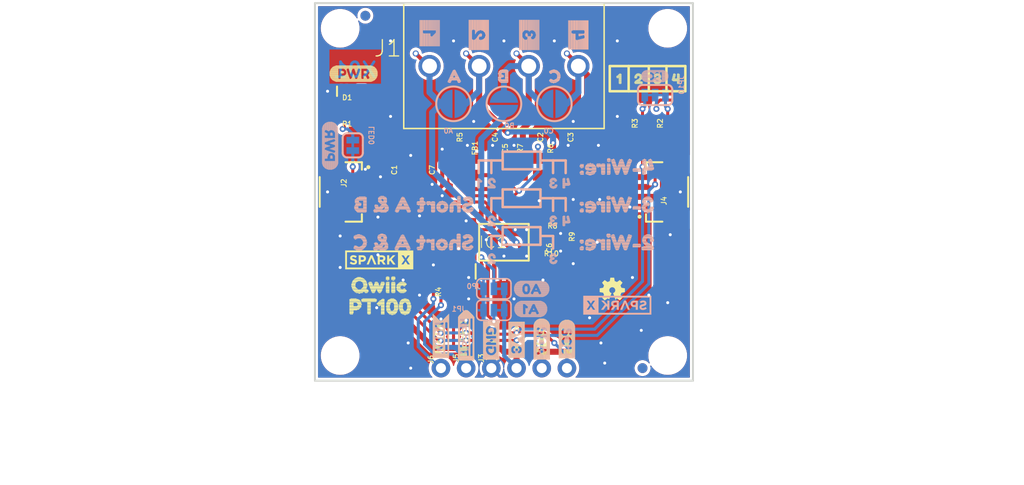
<source format=kicad_pcb>
(kicad_pcb (version 20211014) (generator pcbnew)
  (layers (0 "F.Cu" signal) (31 "B.Cu" signal) (34 "B.Paste" user) (35 "F.Paste" user) (36 "B.SilkS" user "B.Silkscreen") (37 "F.SilkS" user "F.Silkscreen") (38 "B.Mask" user) (39 "F.Mask" user) (44 "Edge.Cuts" user))
  (net 0 "")
  (net 1 "3.3V")
  (net 2 "GND")
  (net 3 "SCL_PU1")
  (net 4 "SDA_PU1")
  (net 5 "~{RESET}")
  (net 6 "A0")
  (net 7 "A1")
  (net 8 "SDA")
  (net 9 "SCL")
  (net 10 "N$2")
  (net 11 "N$3")
  (net 12 "~{DRDY}")
  (net 13 "N$4")
  (net 14 "AIN1")
  (net 15 "AIN3")
  (net 16 "REFN")
  (net 17 "REFP")
  (net 18 "AIN2")
  (net 19 "N$1")
  (net 20 "N$5")
  (net 21 "N$6")
  (net 22 "AIN0")
  (footprint "eagleBoard:STAND-OFF" (layer "F.Cu") (at 131.9911 88.4936)
    (fp_text reference "H2" hide)
    (fp_text value "STAND-OFF" hide)
  )
  (footprint "eagleBoard:0603" (layer "F.Cu") (at 138.2141 103.3526 90)
    (fp_text reference "C1")
    (fp_text value "0.1uF" hide)
  )
  (footprint "eagleBoard:0603" (layer "F.Cu") (at 148.8821 102.4636 -90)
    (fp_text reference "C5")
    (fp_text value "10nF" hide)
  )
  (footprint "eagleBoard:OSHW-LOGO-MINI" (layer "F.Cu") (at 159.4231 114.9096)
    (fp_text reference "LOGO1" hide)
    (fp_text value "OSHW-LOGOMINI" hide)
  )
  (footprint "eagleBoard:1X04_NO_SILK" (layer "F.Cu") (at 147.2311 122.7836)
    (fp_text reference "J3")
    (fp_text value "PTH" hide)
  )
  (footprint "eagleBoard:0603" (layer "F.Cu") (at 151.9301 102.4636 90)
    (fp_text reference "C2")
    (fp_text value "0.1uF" hide)
  )
  (footprint "eagleBoard:PWR0" (layer "F.Cu") (at 130.8481 93.0656)
    (fp_text reference "U$39" hide)
    (fp_text value "" hide)
  )
  (footprint "eagleBoard:0603" (layer "F.Cu") (at 145.8341 102.4636 -90)
    (fp_text reference "FB1")
    (fp_text value "30Ω/1.8A" hide)
  )
  (footprint "eagleBoard:0603" (layer "F.Cu") (at 156.1211 110.0836 90)
    (fp_text reference "R9")
    (fp_text value "1620")
  )
  (footprint "eagleBoard:0603" (layer "F.Cu") (at 153.2001 112.6236 180)
    (fp_text reference "R10")
    (fp_text value "3.9k" hide)
  )
  (footprint "eagleBoard:0603" (layer "F.Cu") (at 143.8021 102.4636 90)
    (fp_text reference "R5")
    (fp_text value "10k" hide)
  )
  (footprint "eagleBoard:40" (layer "F.Cu") (at 164.5031 93.5736)
    (fp_text reference "U$21" hide)
    (fp_text value "" hide)
  )
  (footprint "eagleBoard:LED-0603" (layer "F.Cu") (at 133.2611 94.8436 180)
    (fp_text reference "D1")
    (fp_text value "RED" hide)
  )
  (footprint "eagleBoard:0603" (layer "F.Cu") (at 154.9781 102.4636 90)
    (fp_text reference "C3")
    (fp_text value "10nF" hide)
  )
  (footprint "eagleBoard:#RESET0" (layer "F.Cu") (at 144.6911 116.6876 -90)
    (fp_text reference "U$16" hide)
    (fp_text value "" hide)
  )
  (footprint "eagleBoard:TP_15TH" (layer "F.Cu") (at 144.6911 91.0336)
    (fp_text reference "TP2" hide)
    (fp_text value "TEST-POINTTP_15TH_THRU" hide)
  )
  (footprint "eagleBoard:FIDUCIAL-1X2" (layer "F.Cu") (at 134.5311 87.2236)
    (fp_text reference "JP6" hide)
    (fp_text value "FIDUCIAL1X2" hide)
  )
  (footprint "eagleBoard:#DRDY0" (layer "F.Cu") (at 142.1511 117.0686 -90)
    (fp_text reference "U$14" hide)
    (fp_text value "" hide)
  )
  (footprint "eagleBoard:0603" (layer "F.Cu") (at 162.4711 98.6536 90)
    (fp_text reference "R3")
    (fp_text value "2.2k" hide)
  )
  (footprint "eagleBoard:GND4" (layer "F.Cu") (at 147.2311 117.5766 -90)
    (fp_text reference "U$7" hide)
    (fp_text value "" hide)
  )
  (footprint "eagleBoard:PT1000" (layer "F.Cu") (at 131.4831 116.5606)
    (fp_text reference "U$8" hide)
    (fp_text value "" hide)
  )
  (footprint "eagleBoard:0603" (layer "F.Cu") (at 143.4211 114.5286 -90)
    (fp_text reference "R4")
    (fp_text value "10k" hide)
  )
  (footprint "eagleBoard:SCL6" (layer "F.Cu") (at 154.8511 117.8306 -90)
    (fp_text reference "U$9" hide)
    (fp_text value "" hide)
  )
  (footprint "eagleBoard:0603" (layer "F.Cu") (at 153.2001 107.5436 180)
    (fp_text reference "R8")
    (fp_text value "3.9k" hide)
  )
  (footprint "eagleBoard:FIDUCIAL-1X2" (layer "F.Cu") (at 162.4711 122.7836)
    (fp_text reference "JP2" hide)
    (fp_text value "FIDUCIAL1X2" hide)
  )
  (footprint "eagleBoard:3V33" (layer "F.Cu") (at 149.7711 117.5766 -90)
    (fp_text reference "U$3" hide)
    (fp_text value "" hide)
  )
  (footprint "eagleBoard:0603" (layer "F.Cu") (at 147.3581 102.4636 90)
    (fp_text reference "C4")
    (fp_text value "0.1uF" hide)
  )
  (footprint "eagleBoard:STAND-OFF" (layer "F.Cu") (at 165.0111 121.5136)
    (fp_text reference "JP4" hide)
    (fp_text value "STAND-OFF" hide)
  )
  (footprint "eagleBoard:TP_15TH" (layer "F.Cu") (at 149.7711 91.0336)
    (fp_text reference "TP3" hide)
    (fp_text value "TEST-POINTTP_15TH_THRU" hide)
  )
  (footprint "eagleBoard:SDA5" (layer "F.Cu") (at 152.3111 117.7036 -90)
    (fp_text reference "U$10" hide)
    (fp_text value "" hide)
  )
  (footprint "eagleBoard:31" (layer "F.Cu") (at 162.4711 93.5736)
    (fp_text reference "U$27" hide)
    (fp_text value "" hide)
  )
  (footprint "eagleBoard:0603" (layer "F.Cu") (at 150.4061 102.4636 -90)
    (fp_text reference "R7")
    (fp_text value "2.2k" hide)
  )
  (footprint "eagleBoard:TP_15TH" (layer "F.Cu") (at 139.6111 91.0336)
    (fp_text reference "TP1" hide)
    (fp_text value "TEST-POINTTP_15TH_THRU" hide)
  )
  (footprint "eagleBoard:0603" (layer "F.Cu") (at 152.3111 110.0836 -90)
    (fp_text reference "C6")
    (fp_text value "47nF" hide)
  )
  (footprint "eagleBoard:0603" (layer "F.Cu") (at 133.2611 97.3836 180)
    (fp_text reference "R1")
    (fp_text value "1k" hide)
  )
  (footprint "eagleBoard:STAND-OFF" (layer "F.Cu") (at 131.9911 121.5136)
    (fp_text reference "JP3" hide)
    (fp_text value "STAND-OFF" hide)
  )
  (footprint "eagleBoard:STAND-OFF" (layer "F.Cu") (at 165.0111 88.4936)
    (fp_text reference "H1" hide)
    (fp_text value "STAND-OFF" hide)
  )
  (footprint "eagleBoard:CREATIVE_COMMONS" (layer "F.Cu") (at 118.0211 134.2136)
    (fp_text reference "FRAME1" hide)
    (fp_text value "FRAME-LETTER" hide)
  )
  (footprint "eagleBoard:SPARKX-SMALL" (layer "F.Cu") (at 135.9281 111.8616)
    (fp_text reference "U$2" hide)
    (fp_text value "SPARKX-LOGO3" hide)
  )
  (footprint "eagleBoard:20" (layer "F.Cu") (at 160.5661 93.5736)
    (fp_text reference "U$28" hide)
    (fp_text value "" hide)
  )
  (footprint "eagleBoard:TP_15TH" (layer "F.Cu") (at 154.8511 91.0336)
    (fp_text reference "TP4" hide)
    (fp_text value "TEST-POINTTP_15TH_THRU" hide)
  )
  (footprint "eagleBoard:1X01_NO_SILK" (layer "F.Cu") (at 144.6911 122.7836)
    (fp_text reference "J5")
    (fp_text value "")
  )
  (footprint "eagleBoard:LATCHTERMINAL-5MM-4" (layer "F.Cu") (at 148.5011 92.3036)
    (fp_text reference "J1")
    (fp_text value "")
  )
  (footprint "eagleBoard:JST04_1MM_RA" (layer "F.Cu") (at 134.5311 105.0036 -90)
    (fp_text reference "J2")
    (fp_text value "QWIIC_RIGHT_ANGLE" hide)
  )
  (footprint "eagleBoard:0603" (layer "F.Cu") (at 165.0111 98.6536 90)
    (fp_text reference "R2")
    (fp_text value "2.2k" hide)
  )
  (footprint "eagleBoard:0603" (layer "F.Cu") (at 139.8651 103.3526 90)
    (fp_text reference "C7")
    (fp_text value "1.0uF" hide)
  )
  (footprint "eagleBoard:15" (layer "F.Cu") (at 158.9151 93.5736)
    (fp_text reference "U$35" hide)
    (fp_text value "" hide)
  )
  (footprint "eagleBoard:QWIIC1" (layer "F.Cu") (at 131.7371 114.4016)
    (fp_text reference "U$32" hide)
    (fp_text value "" hide)
  )
  (footprint "eagleBoard:0603" (layer "F.Cu") (at 153.4541 102.4636 -90)
    (fp_text reference "R6")
    (fp_text value "2.2k" hide)
  )
  (footprint "eagleBoard:SOP65P640X120-16N" (layer "F.Cu") (at 148.5011 110.0836 90)
    (fp_text reference "IC1")
    (fp_text value "ADS122C04IPWR" hide)
  )
  (footprint "eagleBoard:JST04_1MM_RA" (layer "F.Cu") (at 162.4711 105.0036 90)
    (fp_text reference "J4")
    (fp_text value "QWIIC_RIGHT_ANGLE" hide)
  )
  (footprint "eagleBoard:1X01_NO_SILK" (layer "F.Cu") (at 142.1511 122.7836)
    (fp_text reference "J6")
    (fp_text value "")
  )
  (footprint "eagleBoard:PWR0" (layer "B.Cu") (at 130.9751 102.8446 90)
    (fp_text reference "U$40" hide)
    (fp_text value "" hide)
  )
  (footprint "eagleBoard:SMT-JUMPER_2_NO_SILK_ROUND" (layer "B.Cu") (at 143.4211 96.1136 180)
    (fp_text reference "A0")
    (fp_text value "JUMPER-SMT_2_NO_SILK_ROUND" hide)
  )
  (footprint "eagleBoard:B0" (layer "B.Cu") (at 150.1521 93.3196 180)
    (fp_text reference "U$19" hide)
    (fp_text value "" hide)
  )
  (footprint "eagleBoard:20" (layer "B.Cu") (at 148.7551 111.7346 180)
    (fp_text reference "U$46" hide)
    (fp_text value "" hide)
  )
  (footprint "eagleBoard:2#WIRE#0" (layer "B.Cu") (at 165.0111 110.0836 180)
    (fp_text reference "U$31" hide)
    (fp_text value "" hide)
  )
  (footprint "eagleBoard:SMT-JUMPER_2_NO_SILK_ROUND" (layer "B.Cu") (at 148.5011 96.1136 90)
    (fp_text reference "B0")
    (fp_text value "JUMPER-SMT_2_NO_SILK_ROUND" hide)
  )
  (footprint "eagleBoard:#RESET0" (layer "B.Cu") (at 144.6911 122.6566 90)
    (fp_text reference "U$17" hide)
    (fp_text value "" hide)
  )
  (footprint "eagleBoard:20" (layer "B.Cu") (at 148.7551 107.9246 180)
    (fp_text reference "U$37" hide)
    (fp_text value "" hide)
  )
  (footprint "eagleBoard:3#WIRE#0" (layer "B.Cu") (at 165.0111 106.2736 180)
    (fp_text reference "U$36" hide)
    (fp_text value "" hide)
  )
  (footprint "eagleBoard:FIDUCIAL-1X2" (layer "B.Cu") (at 162.4711 122.7836 -90)
    (fp_text reference "FD2" hide)
    (fp_text value "FIDUCIAL1X2" hide)
  )
  (footprint "eagleBoard:3V33" (layer "B.Cu") (at 149.7711 122.2756 90)
    (fp_text reference "U$26" hide)
    (fp_text value "" hide)
  )
  (footprint "eagleBoard:_4_0" (layer "B.Cu") (at 155.9941 91.2876 90)
    (fp_text reference "U$13" hide)
    (fp_text value "" hide)
  )
  (footprint "eagleBoard:_2_0" (layer "B.Cu") (at 145.9611 91.2876 90)
    (fp_text reference "U$6" hide)
    (fp_text value "" hide)
  )
  (footprint "eagleBoard:4#WIRE#0" (layer "B.Cu") (at 165.0111 102.4636 180)
    (fp_text reference "U$41" hide)
    (fp_text value "" hide)
  )
  (footprint "eagleBoard:31" (layer "B.Cu") (at 154.9781 111.7346 180)
    (fp_text reference "U$47" hide)
    (fp_text value "" hide)
  )
  (footprint "eagleBoard:SDA1" (layer "B.Cu") (at 152.3111 122.4026 90)
    (fp_text reference "U$24" hide)
    (fp_text value "" hide)
  )
  (footprint "eagleBoard:40" (layer "B.Cu") (at 156.1211 107.9246 180)
    (fp_text reference "U$44" hide)
    (fp_text value "" hide)
  )
  (footprint "eagleBoard:FIDUCIAL-1X2" (layer "B.Cu") (at 134.5311 87.2236 180)
    (fp_text reference "FD1" hide)
    (fp_text value "FIDUCIAL1X2" hide)
  )
  (footprint "eagleBoard:SMT-JUMPER_3_2-NC_TRACE_SILK" (layer "B.Cu") (at 163.7411 95.2246 180)
    (fp_text reference "JP10")
    (fp_text value "JUMPER-SMT_3_2-NC_TRACE_SILK" hide)
  )
  (footprint "eagleBoard:SMT-JUMPER_3_1-NC_TRACE_SILK" (layer "B.Cu") (at 147.4851 114.7826)
    (fp_text reference "JP0")
    (fp_text value "JUMPER-SMT_3_1-NC_TRACE_SILK" hide)
  )
  (footprint "eagleBoard:#DRDY0" (layer "B.Cu") (at 142.1511 122.4026 90)
    (fp_text reference "U$15" hide)
    (fp_text value "" hide)
  )
  (footprint "eagleBoard:GND4" (layer "B.Cu") (at 147.2311 122.4026 90)
    (fp_text reference "U$25" hide)
    (fp_text value "" hide)
  )
  (footprint "eagleBoard:_1_0" (layer "B.Cu") (at 141.0081 90.9066 90)
    (fp_text reference "U$4" hide)
    (fp_text value "" hide)
  )
  (footprint "eagleBoard:15" (layer "B.Cu") (at 147.2311 104.1146 180)
    (fp_text reference "U$29" hide)
    (fp_text value "" hide)
  )
  (footprint "eagleBoard:A00" (layer "B.Cu") (at 153.2001 114.7826 180)
    (fp_text reference "U$11" hide)
    (fp_text value "" hide)
  )
  (footprint "eagleBoard:31" (layer "B.Cu") (at 154.9781 107.9246 180)
    (fp_text reference "U$38" hide)
    (fp_text value "" hide)
  )
  (footprint "eagleBoard:I_SUPER2_C-()-03" (layer "B.Cu") (at 165.1381 93.3196 180)
    (fp_text reference "U$20" hide)
    (fp_text value "" hide)
  )
  (footprint "eagleBoard:SPARKX-SMALL" (layer "B.Cu") (at 159.9311 116.4336 180)
    (fp_text reference "U$1" hide)
    (fp_text value "SPARKX-LOGO3" hide)
  )
  (footprint "eagleBoard:A0" (layer "B.Cu") (at 145.3261 93.3196 180)
    (fp_text reference "U$18" hide)
    (fp_text value "" hide)
  )
  (footprint "eagleBoard:SMT-JUMPER_2_NC_TRACE_SILK" (layer "B.Cu") (at 133.2611 100.3046 -90)
    (fp_text reference "LED0")
    (fp_text value "JUMPER-SMT_2_NC_TRACE_SILK" hide)
  )
  (footprint "eagleBoard:_3_0" (layer "B.Cu") (at 151.0411 91.2876 90)
    (fp_text reference "U$12" hide)
    (fp_text value "" hide)
  )
  (footprint "eagleBoard:40" (layer "B.Cu") (at 156.1211 104.1146 180)
    (fp_text reference "U$30" hide)
    (fp_text value "" hide)
  )
  (footprint "eagleBoard:31" (layer "B.Cu") (at 154.9781 104.1146 180)
    (fp_text reference "U$34" hide)
    (fp_text value "" hide)
  )
  (footprint "eagleBoard:SMT-JUMPER_2_NO_SILK_ROUND" (layer "B.Cu") (at 153.5811 96.1136 180)
    (fp_text reference "C0")
    (fp_text value "JUMPER-SMT_2_NO_SILK_ROUND" hide)
  )
  (footprint "eagleBoard:SCL0" (layer "B.Cu") (at 154.8511 122.2756 90)
    (fp_text reference "U$23" hide)
    (fp_text value "" hide)
  )
  (footprint "eagleBoard:C0" (layer "B.Cu") (at 155.3591 93.3196 180)
    (fp_text reference "U$22" hide)
    (fp_text value "" hide)
  )
  (footprint "eagleBoard:A11" (layer "B.Cu") (at 152.9461 116.8146 180)
    (fp_text reference "U$5" hide)
    (fp_text value "" hide)
  )
  (footprint "eagleBoard:SHORT_A_#_C0" (layer "B.Cu") (at 146.8501 110.0836 180)
    (fp_text reference "U$43" hide)
    (fp_text value "" hide)
  )
  (footprint "eagleBoard:SHORT_A_#_B0" (layer "B.Cu") (at 146.8501 106.2736 180)
    (fp_text reference "U$42" hide)
    (fp_text value "" hide)
  )
  (footprint "eagleBoard:SMT-JUMPER_3_1-NC_TRACE_SILK" (layer "B.Cu") (at 147.4851 116.9416)
    (fp_text reference "JP1")
    (fp_text value "JUMPER-SMT_3_1-NC_TRACE_SILK" hide)
  )
  (footprint "eagleBoard:20" (layer "B.Cu") (at 148.7551 104.1146 180)
    (fp_text reference "U$33" hide)
    (fp_text value "" hide)
  )
  (gr_line (start 147.2311 105.6386) (end 148.3741 105.6386) (layer "B.SilkS") (width 0.254))
  (gr_line (start 148.3741 108.5596) (end 148.3741 110.3376) (layer "B.SilkS") (width 0.254))
  (gr_line (start 147.2311 109.4486) (end 148.3741 109.4486) (layer "B.SilkS") (width 0.254))
  (gr_line (start 153.4541 105.6386) (end 154.7241 105.6386) (layer "B.SilkS") (width 0.254))
  (gr_line (start 152.1841 100.9396) (end 148.3741 100.9396) (layer "B.SilkS") (width 0.254))
  (gr_line (start 153.4541 109.4486) (end 153.4541 110.7186) (layer "B.SilkS") (width 0.254))
  (gr_line (start 152.3111 109.4486) (end 153.4541 109.4486) (layer "B.SilkS") (width 0.254))
  (gr_line (start 154.7241 101.8286) (end 154.7241 103.0986) (layer "B.SilkS") (width 0.254))
  (gr_line (start 148.3741 106.5276) (end 152.1841 106.5276) (layer "B.SilkS") (width 0.254))
  (gr_line (start 148.3741 110.3376) (end 152.1841 110.3376) (layer "B.SilkS") (width 0.254))
  (gr_line (start 147.2311 101.8286) (end 147.2311 103.0986) (layer "B.SilkS") (width 0.254))
  (gr_line (start 152.1841 102.7176) (end 152.1841 100.9396) (layer "B.SilkS") (width 0.254))
  (gr_line (start 145.9611 101.8286) (end 148.3741 101.8286) (layer "B.SilkS") (width 0.254))
  (gr_line (start 153.4541 101.8286) (end 154.7241 101.8286) (layer "B.SilkS") (width 0.254))
  (gr_line (start 152.1841 108.5596) (end 148.3741 108.5596) (layer "B.SilkS") (width 0.254))
  (gr_line (start 153.4541 105.6386) (end 153.4541 106.9086) (layer "B.SilkS") (width 0.254))
  (gr_line (start 154.7241 105.6386) (end 154.7241 106.9086) (layer "B.SilkS") (width 0.254))
  (gr_line (start 152.1841 104.7496) (end 148.3741 104.7496) (layer "B.SilkS") (width 0.254))
  (gr_line (start 152.3111 101.8286) (end 153.4541 101.8286) (layer "B.SilkS") (width 0.254))
  (gr_line (start 152.1841 106.5276) (end 152.1841 104.7496) (layer "B.SilkS") (width 0.254))
  (gr_line (start 147.2311 105.6386) (end 147.2311 106.9086) (layer "B.SilkS") (width 0.254))
  (gr_line (start 152.3111 105.6386) (end 153.4541 105.6386) (layer "B.SilkS") (width 0.254))
  (gr_line (start 153.4541 101.8286) (end 153.4541 103.0986) (layer "B.SilkS") (width 0.254))
  (gr_line (start 147.2311 109.4486) (end 147.2311 110.7186) (layer "B.SilkS") (width 0.254))
  (gr_line (start 148.3741 100.9396) (end 148.3741 102.7176) (layer "B.SilkS") (width 0.254))
  (gr_line (start 145.9611 101.8286) (end 145.9611 103.0986) (layer "B.SilkS") (width 0.254))
  (gr_line (start 152.1841 110.3376) (end 152.1841 108.5596) (layer "B.SilkS") (width 0.254))
  (gr_line (start 148.3741 104.7496) (end 148.3741 106.5276) (layer "B.SilkS") (width 0.254))
  (gr_line (start 148.3741 102.7176) (end 152.1841 102.7176) (layer "B.SilkS") (width 0.254))
  (gr_line (start 166.7891 92.3036) (end 164.8841 92.3036) (layer "F.SilkS") (width 0.254))
  (gr_line (start 166.7891 92.3036) (end 166.7891 94.8436) (layer "F.SilkS") (width 0.254))
  (gr_line (start 164.8841 92.3036) (end 164.8841 94.8436) (layer "F.SilkS") (width 0.254))
  (gr_line (start 161.0741 92.3036) (end 159.1691 92.3036) (layer "F.SilkS") (width 0.254))
  (gr_line (start 164.8841 94.8436) (end 163.1061 94.8436) (layer "F.SilkS") (width 0.254))
  (gr_line (start 163.1061 92.3036) (end 161.0741 92.3036) (layer "F.SilkS") (width 0.254))
  (gr_line (start 161.0741 92.3036) (end 161.0741 94.8436) (layer "F.SilkS") (width 0.254))
  (gr_line (start 159.1691 92.3036) (end 159.1691 94.8436) (layer "F.SilkS") (width 0.254))
  (gr_line (start 161.0741 94.8436) (end 159.1691 94.8436) (layer "F.SilkS") (width 0.254))
  (gr_line (start 163.1061 94.8436) (end 161.0741 94.8436) (layer "F.SilkS") (width 0.254))
  (gr_line (start 164.8841 92.3036) (end 163.1061 92.3036) (layer "F.SilkS") (width 0.254))
  (gr_line (start 163.1061 92.3036) (end 163.1061 94.8436) (layer "F.SilkS") (width 0.254))
  (gr_line (start 166.7891 94.8436) (end 164.8841 94.8436) (layer "F.SilkS") (width 0.254))
  (gr_line (start 167.5511 124.0536) (end 129.4511 124.0536) (layer "Edge.Cuts") (width 0.2032))
  (gr_line (start 129.4511 85.9536) (end 129.4511 124.0536) (layer "Edge.Cuts") (width 0.2032))
  (gr_line (start 167.5511 85.9536) (end 167.5511 124.0536) (layer "Edge.Cuts") (width 0.2032))
  (gr_line (start 129.4511 85.9536) (end 167.5511 85.9536) (layer "Edge.Cuts") (width 0.2032))
  (gr_text "X01" (at 135.8011 93.5736) (layer "B.Cu") (effects (font (size 1.5113 1.5113) (thickness 0.2667)) (justify left bottom mirror)))
  (segment (start 133.3801 104.5036) (end 132.4991 105.3846) (width 0.6096) (layer "F.Cu") (net 1))
  (segment (start 142.2781 104.3686) (end 142.2781 102.2096) (width 0.4064) (layer "F.Cu") (net 1))
  (segment (start 133.2611 102.4636) (end 133.2611 104.3846) (width 0.3048) (layer "F.Cu") (net 1))
  (segment (start 166.1541 96.3676) (end 166.1541 100.6856) (width 0.3048) (layer "F.Cu") (net 1))
  (segment (start 163.8681 96.6216) (end 163.8681 96.1136) (width 0.3048) (layer "F.Cu") (net 1))
  (segment (start 133.2611 104.3846) (end 133.3801 104.5036) (width 0.3048) (layer "F.Cu") (net 1))
  (segment (start 136.3091 105.3926) (end 135.4201 104.5036) (width 0.4064) (layer "F.Cu") (net 1))
  (segment (start 163.9951 115.7986) (end 158.6611 121.1326) (width 0.6096) (layer "F.Cu") (net 1))
  (segment (start 142.2781 102.2096) (end 142.8741 101.6136) (width 0.4064) (layer "F.Cu") (net 1))
  (segment (start 141.3891 120.7516) (end 143.4211 120.7516) (width 0.6096) (layer "F.Cu") (net 1))
  (segment (start 139.8651 105.3926) (end 138.2141 105.3926) (width 0.4064) (layer "F.Cu") (net 1))
  (segment (start 166.1541 100.6856) (end 165.9001 100.9396) (width 0.3048) (layer "F.Cu") (net 1))
  (segment (start 165.5191 95.7326) (end 166.1541 96.3676) (width 0.3048) (layer "F.Cu") (net 1))
  (segment (start 141.2541 105.3926) (end 142.2781 104.3686) (width 0.4064) (layer "F.Cu") (net 1))
  (segment (start 163.9951 105.8926) (end 163.9951 115.7986) (width 0.6096) (layer "F.Cu") (net 1))
  (segment (start 134.5311 104.5036) (end 133.3801 104.5036) (width 0.6096) (layer "F.Cu") (net 1))
  (segment (start 162.4711 105.5036) (end 163.6061 105.5036) (width 0.6096) (layer "F.Cu") (net 1))
  (segment (start 164.2491 95.7326) (end 165.5191 95.7326) (width 0.3048) (layer "F.Cu") (net 1))
  (segment (start 142.8741 101.6136) (end 143.8021 101.6136) (width 0.4064) (layer "F.Cu") (net 1))
  (segment (start 158.6611 121.1326) (end 149.7711 121.1326) (width 0.6096) (layer "F.Cu") (net 1))
  (segment (start 145.287071 104.710572) (end 144.8181 104.2416) (width 0.4064) (layer "F.Cu") (net 1))
  (segment (start 132.4991 107.5436) (end 133.1341 108.1786) (width 0.6096) (layer "F.Cu") (net 1))
  (segment (start 144.8181 104.2416) (end 144.8181 101.6136) (width 0.4064) (layer "F.Cu") (net 1))
  (segment (start 163.6061 105.5036) (end 163.8046 105.7021) (width 0.6096) (layer "F.Cu") (net 1))
  (segment (start 144.8181 101.6136) (end 145.8341 101.6136) (width 0.4064) (layer "F.Cu") (net 1))
  (segment (start 133.1341 108.1786) (end 133.1341 112.4966) (width 0.6096) (layer "F.Cu") (net 1))
  (segment (start 164.3761 105.1306) (end 163.8046 105.7021) (width 0.3048) (layer "F.Cu") (net 1))
  (segment (start 138.2141 104.2026) (end 138.2141 105.3926) (width 0.4064) (layer "F.Cu") (net 1))
  (segment (start 149.7711 122.7836) (end 149.7711 121.1326) (width 0.6096) (layer "F.Cu") (net 1))
  (segment (start 149.7711 121.1326) (end 148.5011 121.1326) (width 0.6096) (layer "F.Cu") (net 1))
  (segment (start 163.8681 96.1136) (end 164.2491 95.7326) (width 0.3048) (layer "F.Cu") (net 1))
  (segment (start 143.8021 101.6136) (end 144.8181 101.6136) (width 0.4064) (layer "F.Cu") (net 1))
  (segment (start 148.1201 120.7516) (end 148.5011 121.1326) (width 0.6096) (layer "F.Cu") (net 1))
  (segment (start 143.4211 115.3786) (end 143.4211 120.7516) (width 0.3048) (layer "F.Cu") (net 1))
  (segment (start 133.1341 112.4966) (end 141.3891 120.7516) (width 0.6096) (layer "F.Cu") (net 1))
  (segment (start 141.2541 105.3926) (end 139.8651 105.3926) (width 0.4064) (layer "F.Cu") (net 1))
  (segment (start 148.1761 107.1836) (end 148.1761 105.9486) (width 0.4064) (layer "F.Cu") (net 1))
  (segment (start 138.2141 105.3926) (end 136.3091 105.3926) (width 0.4064) (layer "F.Cu") (net 1))
  (segment (start 164.3761 101.3206) (end 164.3761 105.1306) (width 0.3048) (layer "F.Cu") (net 1))
  (segment (start 148.1761 105.9486) (end 146.938071 104.710572) (width 0.4064) (layer "F.Cu") (net 1))
  (segment (start 139.8651 104.2026) (end 139.8651 105.3926) (width 0.4064) (layer "F.Cu") (net 1))
  (segment (start 163.8046 105.7021) (end 163.9951 105.8926) (width 0.6096) (layer "F.Cu") (net 1))
  (segment (start 164.7571 100.9396) (end 164.3761 101.3206) (width 0.3048) (layer "F.Cu") (net 1))
  (segment (start 146.938071 104.710572) (end 145.287071 104.710572) (width 0.4064) (layer "F.Cu") (net 1))
  (segment (start 164.7571 100.9396) (end 165.9001 100.9396) (width 0.3048) (layer "F.Cu") (net 1))
  (segment (start 134.5311 104.5036) (end 135.4201 104.5036) (width 0.4064) (layer "F.Cu") (net 1))
  (segment (start 143.4211 120.7516) (end 148.1201 120.7516) (width 0.6096) (layer "F.Cu") (net 1))
  (segment (start 132.4991 105.3846) (end 132.4991 107.5436) (width 0.6096) (layer "F.Cu") (net 1))
  (via (at 133.2611 102.4636) (size 0.6096) (drill 0.3048) (layers "F.Cu" "B.Cu") (net 1))
  (via (at 163.8681 96.6216) (size 0.6096) (drill 0.3048) (layers "F.Cu" "B.Cu") (net 1))
  (segment (start 163.7411 95.2246) (end 163.8681 95.3516) (width 0.3048) (layer "B.Cu") (net 1))
  (segment (start 163.8681 95.3516) (end 163.8681 96.6216) (width 0.3048) (layer "B.Cu") (net 1))
  (segment (start 148.5265 121.539) (end 149.7711 122.7836) (width 0.4064) (layer "B.Cu") (net 1))
  (segment (start 133.2611 100.8253) (end 133.2611 102.4636) (width 0.3048) (layer "B.Cu") (net 1))
  (segment (start 148.5265 116.9416) (end 148.5265 121.539) (width 0.4064) (layer "B.Cu") (net 1))
  (segment (start 148.5265 114.7826) (end 148.5265 116.9416) (width 0.4064) (layer "B.Cu") (net 1))
  (segment (start 155.1051 112.6236) (end 155.4861 112.2426) (width 0.3048) (layer "F.Cu") (net 2))
  (segment (start 156.1211 111.6076) (end 155.4861 112.2426) (width 0.3048) (layer "F.Cu") (net 2))
  (segment (start 148.1761 111.8056) (end 148.5011 111.4806) (width 0.3048) (layer "F.Cu") (net 2))
  (segment (start 149.5171 100.3046) (end 149.5171 100.3436) (width 0.3048) (layer "F.Cu") (net 2))
  (segment (start 130.7211 94.8436) (end 132.3841 94.8436) (width 0.3048) (layer "F.Cu") (net 2))
  (segment (start 139.8651 102.5026) (end 139.8651 102.0826) (width 0.3048) (layer "F.Cu") (net 2))
  (segment (start 138.2141 102.5026) (end 138.2141 102.2096) (width 0.3048) (layer "F.Cu") (net 2))
  (segment (start 147.3581 100.3046) (end 147.3581 101.6136) (width 0.4064) (layer "F.Cu") (net 2))
  (segment (start 148.1761 112.9836) (end 148.1761 111.8056) (width 0.3048) (layer "F.Cu") (net 2))
  (segment (start 149.5171 100.3436) (end 148.8821 100.9786) (width 0.3048) (layer "F.Cu") (net 2))
  (segment (start 145.8595 121.412) (end 140.0175 121.412) (width 0.4064) (layer "F.Cu") (net 2))
  (segment (start 162.4471 106.5276) (end 161.2011 106.5276) (width 0.3048) (layer "F.Cu") (net 2))
  (segment (start 134.5311 103.5036) (end 134.5311 102.7176) (width 0.3048) (layer "F.Cu") (net 2))
  (segment (start 147.2311 122.7836) (end 145.8595 121.412) (width 0.4064) (layer "F.Cu") (net 2))
  (segment (start 139.8651 102.0826) (end 139.1031 101.3206) (width 0.3048) (layer "F.Cu") (net 2))
  (segment (start 138.2141 102.2096) (end 139.1031 101.3206) (width 0.3048) (layer "F.Cu") (net 2))
  (segment (start 140.0175 121.412) (end 138.8491 120.2436) (width 0.4064) (layer "F.Cu") (net 2))
  (segment (start 154.9781 101.6136) (end 154.9781 100.3046) (width 0.3048) (layer "F.Cu") (net 2))
  (segment (start 154.0501 112.6236) (end 155.1051 112.6236) (width 0.3048) (layer "F.Cu") (net 2))
  (segment (start 162.4711 106.5036) (end 162.4471 106.5276) (width 0.3048) (layer "F.Cu") (net 2))
  (segment (start 148.8261 111.8056) (end 148.5011 111.4806) (width 0.3048) (layer "F.Cu") (net 2))
  (segment (start 156.1211 110.9336) (end 156.1211 111.6076) (width 0.3048) (layer "F.Cu") (net 2))
  (segment (start 148.8261 112.9836) (end 148.8261 111.8056) (width 0.3048) (layer "F.Cu") (net 2))
  (segment (start 148.8821 101.6136) (end 148.8821 100.9786) (width 0.3048) (layer "F.Cu") (net 2))
  (via (at 161.4551 113.6396) (size 0.6096) (drill 0.3048) (layers "F.Cu" "B.Cu") (net 2))
  (via (at 142.2781 105.3846) (size 0.6096) (drill 0.3048) (layers "F.Cu" "B.Cu") (net 2))
  (via (at 162.3441 118.9736) (size 0.6096) (drill 0.3048) (layers "F.Cu" "B.Cu") (net 2))
  (via (at 158.6611 122.2756) (size 0.6096) (drill 0.3048) (layers "F.Cu" "B.Cu") (net 2))
  (via (at 157.8991 110.0836) (size 0.6096) (drill 0.3048) (layers "F.Cu" "B.Cu") (net 2))
  (via (at 143.4211 89.7636) (size 0.6096) (drill 0.3048) (layers "F.Cu" "B.Cu") (net 2))
  (via (at 135.6741 116.6876) (size 0.6096) (drill 0.3048) (layers "F.Cu" "B.Cu") (net 2))
  (via (at 131.9911 112.6236) (size 0.6096) (drill 0.3048) (layers "F.Cu" "B.Cu") (net 2))
  (via (at 165.0111 116.1796) (size 0.6096) (drill 0.3048) (layers "F.Cu" "B.Cu") (net 2))
  (via (at 138.8491 120.2436) (size 0.6096) (drill 0.3048) (layers "F.Cu" "B.Cu") (net 2))
  (via (at 144.9451 115.7986) (size 0.6096) (drill 0.3048) (layers "F.Cu" "B.Cu") (net 2))
  (via (at 144.6911 117.9576) (size 0.6096) (drill 0.3048) (layers "F.Cu" "B.Cu") (net 2))
  (via (at 135.8011 107.5436) (size 0.6096) (drill 0.3048) (layers "F.Cu" "B.Cu") (net 2))
  (via (at 139.9921 115.4176) (size 0.6096) (drill 0.3048) (layers "F.Cu" "B.Cu") (net 2))
  (via (at 139.9921 107.4166) (size 0.6096) (drill 0.3048) (layers "F.Cu" "B.Cu") (net 2))
  (via (at 150.7871 108.8136) (size 0.6096) (drill 0.3048) (layers "F.Cu" "B.Cu") (net 2))
  (via (at 165.2651 109.3216) (size 0.6096) (drill 0.3048) (layers "F.Cu" "B.Cu") (net 2))
  (via (at 130.7211 105.0036) (size 0.6096) (drill 0.3048) (layers "F.Cu" "B.Cu") (net 2))
  (via (at 154.2161 110.9726) (size 0.6096) (drill 0.3048) (layers "F.Cu" "B.Cu") (net 2))
  (via (at 137.0711 89.7636) (size 0.6096) (drill 0.3048) (layers "F.Cu" "B.Cu") (net 2))
  (via (at 154.2161 109.1946) (size 0.6096) (drill 0.3048) (layers "F.Cu" "B.Cu") (net 2))
  (via (at 158.0261 100.3046) (size 0.6096) (drill 0.3048) (layers "F.Cu" "B.Cu") (net 2))
  (via (at 158.1531 105.7656) (size 0.6096) (drill 0.3048) (layers "F.Cu" "B.Cu") (net 2))
  (via (at 148.5011 111.4806) (size 0.6096) (drill 0.3048) (layers "F.Cu" "B.Cu") (net 2))
  (via (at 141.2621 104.2416) (size 0.6096) (drill 0.3048) (layers "F.Cu" "B.Cu") (net 2))
  (via (at 148.5011 89.7636) (size 0.6096) (drill 0.3048) (layers "F.Cu" "B.Cu") (net 2))
  (via (at 149.5171 100.3046) (size 0.6096) (drill 0.3048) (layers "F.Cu" "B.Cu") (net 2))
  (via (at 142.2781 100.6856) (size 0.6096) (drill 0.3048) (layers "F.Cu" "B.Cu") (net 2))
  (via (at 130.7211 94.8436) (size 0.6096) (drill 0.3048) (layers "F.Cu" "B.Cu") (net 2))
  (via (at 161.2011 106.5276) (size 0.6096) (drill 0.3048) (layers "F.Cu" "B.Cu") (net 2))
  (via (at 157.1371 117.7036) (size 0.6096) (drill 0.3048) (layers "F.Cu" "B.Cu") (net 2))
  (via (at 163.1061 115.4176) (size 0.6096) (drill 0.3048) (layers "F.Cu" "B.Cu") (net 2))
  (via (at 144.8181 100.3046) (size 0.6096) (drill 0.3048) (layers "F.Cu" "B.Cu") (net 2))
  (via (at 149.5171 115.7986) (size 0.6096) (drill 0.3048) (layers "F.Cu" "B.Cu") (net 2))
  (via (at 152.0571 105.8926) (size 0.6096) (drill 0.3048) (layers "F.Cu" "B.Cu") (net 2))
  (via (at 158.2801 120.2436) (size 0.6096) (drill 0.3048) (layers "F.Cu" "B.Cu") (net 2))
  (via (at 153.5811 89.7636) (size 0.6096) (drill 0.3048) (layers "F.Cu" "B.Cu") (net 2))
  (via (at 150.7871 111.4806) (size 0.6096) (drill 0.3048) (layers "F.Cu" "B.Cu") (net 2))
  (via (at 152.4381 113.8936) (size 0.6096) (drill 0.3048) (layers "F.Cu" "B.Cu") (net 2))
  (via (at 146.7231 109.8296) (size 0.6096) (drill 0.3048) (layers "F.Cu" "B.Cu") (net 2))
  (via (at 131.9911 109.4486) (size 0.6096) (drill 0.3048) (layers "F.Cu" "B.Cu") (net 2))
  (via (at 149.6441 108.8136) (size 0.6096) (drill 0.3048) (layers "F.Cu" "B.Cu") (net 2))
  (via (at 139.1031 101.3206) (size 0.6096) (drill 0.3048) (layers "F.Cu" "B.Cu") (net 2))
  (via (at 159.9311 97.3836) (size 0.6096) (drill 0.3048) (layers "F.Cu" "B.Cu") (net 2))
  (via (at 154.9781 100.3046) (size 0.6096) (drill 0.3048) (layers "F.Cu" "B.Cu") (net 2))
  (via (at 144.9451 113.6396) (size 0.6096) (drill 0.3048) (layers "F.Cu" "B.Cu") (net 2))
  (via (at 159.9311 89.7636) (size 0.6096) (drill 0.3048) (layers "F.Cu" "B.Cu") (net 2))
  (via (at 141.3891 112.3696) (size 0.6096) (drill 0.3048) (layers "F.Cu" "B.Cu") (net 2))
  (via (at 142.1511 117.8306) (size 0.6096) (drill 0.3048) (layers "F.Cu" "B.Cu") (net 2))
  (via (at 155.4861 112.2426) (size 0.6096) (drill 0.3048) (layers "F.Cu" "B.Cu") (net 2))
  (via (at 135.8011 111.3536) (size 0.6096) (drill 0.3048) (layers "F.Cu" "B.Cu") (net 2))
  (via (at 137.0711 97.3836) (size 0.6096) (drill 0.3048) (layers "F.Cu" "B.Cu") (net 2))
  (via (at 143.9291 110.7186) (size 0.6096) (drill 0.3048) (layers "F.Cu" "B.Cu") (net 2))
  (via (at 136.0551 103.4796) (size 0.6096) (drill 0.3048) (layers "F.Cu" "B.Cu") (net 2))
  (via (at 155.4861 105.7656) (size 0.6096) (drill 0.3048) (layers "F.Cu" "B.Cu") (net 2))
  (via (at 144.6911 107.9246) (size 0.6096) (drill 0.3048) (layers "F.Cu" "B.Cu") (net 2))
  (via (at 155.4861 97.8916) (size 0.6096) (drill 0.3048) (layers "F.Cu" "B.Cu") (net 2))
  (via (at 145.4531 97.8916) (size 0.6096) (drill 0.3048) (layers "F.Cu" "B.Cu") (net 2))
  (via (at 134.5311 102.7176) (size 0.6096) (drill 0.3048) (layers "F.Cu" "B.Cu") (net 2))
  (via (at 139.1031 122.7836) (size 0.6096) (drill 0.3048) (layers "F.Cu" "B.Cu") (net 2))
  (via (at 138.3411 113.8936) (size 0.6096) (drill 0.3048) (layers "F.Cu" "B.Cu") (net 2))
  (via (at 166.2811 105.0036) (size 0.6096) (drill 0.3048) (layers "F.Cu" "B.Cu") (net 2))
  (via (at 147.3581 100.3046) (size 0.6096) (drill 0.3048) (layers "F.Cu" "B.Cu") (net 2))
  (segment (start 145.5801 113.6396) (end 144.9451 113.6396) (width 0.3048) (layer "B.Cu") (net 2))
  (segment (start 146.4437 114.5032) (end 145.5801 113.6396) (width 0.3048) (layer "B.Cu") (net 2))
  (segment (start 146.4437 114.7826) (end 146.4437 116.9416) (width 0.4064) (layer "B.Cu") (net 2))
  (segment (start 146.4437 114.7826) (end 146.4437 114.5032) (width 0.3048) (layer "B.Cu") (net 2))
  (segment (start 147.2311 122.7836) (end 146.4437 121.9962) (width 0.4064) (layer "B.Cu") (net 2))
  (segment (start 146.4437 121.9962) (end 146.4437 116.9416) (width 0.4064) (layer "B.Cu") (net 2))
  (segment (start 165.0111 97.8036) (end 165.0111 96.6216) (width 0.3048) (layer "F.Cu") (net 3))
  (via (at 165.0111 96.6216) (size 0.6096) (drill 0.3048) (layers "F.Cu" "B.Cu") (net 3))
  (segment (start 164.7825 96.393) (end 165.0111 96.6216) (width 0.3048) (layer "B.Cu") (net 3))
  (segment (start 164.7825 95.2246) (end 164.7825 96.393) (width 0.3048) (layer "B.Cu") (net 3))
  (segment (start 162.4711 97.8036) (end 162.4711 96.6216) (width 0.3048) (layer "F.Cu") (net 4))
  (via (at 162.4711 96.6216) (size 0.6096) (drill 0.3048) (layers "F.Cu" "B.Cu") (net 4))
  (segment (start 162.6997 96.393) (end 162.4711 96.6216) (width 0.3048) (layer "B.Cu") (net 4))
  (segment (start 162.6997 95.2246) (end 162.6997 96.393) (width 0.3048) (layer "B.Cu") (net 4))
  (segment (start 143.4211 112.7506) (end 143.9291 112.2426) (width 0.3048) (layer "F.Cu") (net 5))
  (segment (start 147.5261 111.0136) (end 147.5261 112.9836) (width 0.3048) (layer "F.Cu") (net 5))
  (segment (start 145.8341 110.7186) (end 147.2311 110.7186) (width 0.3048) (layer "F.Cu") (net 5))
  (segment (start 145.5801 111.8616) (end 145.5801 110.9726) (width 0.3048) (layer "F.Cu") (net 5))
  (segment (start 145.1991 112.2426) (end 145.5801 111.8616) (width 0.3048) (layer "F.Cu") (net 5))
  (segment (start 142.1511 114.0206) (end 142.4931 113.6786) (width 0.3048) (layer "F.Cu") (net 5))
  (segment (start 145.5801 110.9726) (end 145.8341 110.7186) (width 0.3048) (layer "F.Cu") (net 5))
  (segment (start 147.2311 110.7186) (end 147.5261 111.0136) (width 0.3048) (layer "F.Cu") (net 5))
  (segment (start 143.4211 113.6786) (end 143.4211 112.7506) (width 0.3048) (layer "F.Cu") (net 5))
  (segment (start 142.4931 113.6786) (end 143.4211 113.6786) (width 0.3048) (layer "F.Cu") (net 5))
  (segment (start 142.1511 116.4336) (end 142.1511 114.0206) (width 0.3048) (layer "F.Cu") (net 5))
  (segment (start 143.9291 112.2426) (end 145.1991 112.2426) (width 0.3048) (layer "F.Cu") (net 5))
  (via (at 142.1511 116.4336) (size 0.6096) (drill 0.3048) (layers "F.Cu" "B.Cu") (net 5))
  (segment (start 140.5001 118.0846) (end 140.5001 120.3706) (width 0.3048) (layer "B.Cu") (net 5))
  (segment (start 142.1511 116.4336) (end 140.5001 118.0846) (width 0.3048) (layer "B.Cu") (net 5))
  (segment (start 141.5161 121.3866) (end 143.2941 121.3866) (width 0.3048) (layer "B.Cu") (net 5))
  (segment (start 143.2941 121.3866) (end 144.6911 122.7836) (width 0.3048) (layer "B.Cu") (net 5))
  (segment (start 140.5001 120.3706) (end 141.5161 121.3866) (width 0.3048) (layer "B.Cu") (net 5))
  (segment (start 146.2261 111.6186) (end 146.2261 112.9836) (width 0.3048) (layer "F.Cu") (net 6))
  (segment (start 146.2151 111.6076) (end 146.2261 111.6186) (width 0.4064) (layer "F.Cu") (net 6))
  (via (at 146.2151 111.6076) (size 0.6096) (drill 0.3048) (layers "F.Cu" "B.Cu") (net 6))
  (segment (start 147.4851 112.8776) (end 146.2151 111.6076) (width 0.3048) (layer "B.Cu") (net 6))
  (segment (start 147.4851 114.7826) (end 147.4851 112.8776) (width 0.3048) (layer "B.Cu") (net 6))
  (segment (start 147.4851 118.0846) (end 146.8761 117.4756) (width 0.3048) (layer "F.Cu") (net 7))
  (segment (start 146.8761 117.4756) (end 146.8761 112.9836) (width 0.3048) (layer "F.Cu") (net 7))
  (via (at 147.4851 118.0846) (size 0.6096) (drill 0.3048) (layers "F.Cu" "B.Cu") (net 7))
  (segment (start 147.4851 116.9416) (end 147.4851 118.0846) (width 0.3048) (layer "B.Cu") (net 7))
  (segment (start 146.8761 106.2996) (end 146.8761 107.1836) (width 0.3048) (layer "F.Cu") (net 8))
  (segment (start 141.8971 119.9896) (end 142.1511 119.9896) (width 0.3048) (layer "F.Cu") (net 8))
  (segment (start 134.5311 105.5036) (end 135.4121 105.5036) (width 0.3048) (layer "F.Cu") (net 8))
  (segment (start 133.8961 107.5436) (end 133.8961 111.9886) (width 0.3048) (layer "F.Cu") (net 8))
  (segment (start 135.4121 105.5036) (end 135.9281 106.0196) (width 0.3048) (layer "F.Cu") (net 8))
  (segment (start 135.9281 106.0196) (end 146.5961 106.0196) (width 0.3048) (layer "F.Cu") (net 8))
  (segment (start 165.0111 99.5036) (end 163.7411 100.7736) (width 0.3048) (layer "F.Cu") (net 8))
  (segment (start 149.7711 119.9896) (end 144.6911 119.9896) (width 0.3048) (layer "F.Cu") (net 8))
  (segment (start 133.3881 105.8926) (end 133.3881 107.0356) (width 0.3048) (layer "F.Cu") (net 8))
  (segment (start 163.7411 104.2416) (end 163.4791 104.5036) (width 0.3048) (layer "F.Cu") (net 8))
  (segment (start 134.5311 105.5036) (end 133.7771 105.5036) (width 0.3048) (layer "F.Cu") (net 8))
  (segment (start 141.8971 119.9896) (end 133.8961 111.9886) (width 0.3048) (layer "F.Cu") (net 8))
  (segment (start 163.4791 104.5036) (end 162.4711 104.5036) (width 0.3048) (layer "F.Cu") (net 8))
  (segment (start 146.5961 106.0196) (end 146.8761 106.2996) (width 0.3048) (layer "F.Cu") (net 8))
  (segment (start 163.7411 100.7736) (end 163.7411 104.2416) (width 0.3048) (layer "F.Cu") (net 8))
  (segment (start 133.3881 107.0356) (end 133.8961 107.5436) (width 0.3048) (layer "F.Cu") (net 8))
  (segment (start 133.7771 105.5036) (end 133.3881 105.8926) (width 0.3048) (layer "F.Cu") (net 8))
  (via (at 163.7411 104.2416) (size 0.6096) (drill 0.3048) (layers "F.Cu" "B.Cu") (net 8))
  (via (at 144.6911 119.9896) (size 0.6096) (drill 0.3048) (layers "F.Cu" "B.Cu") (net 8))
  (via (at 149.7711 119.9896) (size 0.6096) (drill 0.3048) (layers "F.Cu" "B.Cu") (net 8))
  (via (at 142.1511 119.9896) (size 0.6096) (drill 0.3048) (layers "F.Cu" "B.Cu") (net 8))
  (segment (start 150.6601 119.4816) (end 150.1521 119.9896) (width 0.3048) (layer "B.Cu") (net 8))
  (segment (start 149.7711 119.9896) (end 150.1521 119.9896) (width 0.3048) (layer "B.Cu") (net 8))
  (segment (start 163.1061 104.8766) (end 163.7411 104.2416) (width 0.3048) (layer "B.Cu") (net 8))
  (segment (start 157.8991 119.4816) (end 163.1061 114.2746) (width 0.3048) (layer "B.Cu") (net 8))
  (segment (start 152.3111 122.7836) (end 152.3111 119.4816) (width 0.3048) (layer "B.Cu") (net 8))
  (segment (start 150.6601 119.4816) (end 152.3111 119.4816) (width 0.3048) (layer "B.Cu") (net 8))
  (segment (start 152.3111 119.4816) (end 157.8991 119.4816) (width 0.3048) (layer "B.Cu") (net 8))
  (segment (start 144.6911 119.9896) (end 142.1511 119.9896) (width 0.3048) (layer "B.Cu") (net 8))
  (segment (start 163.1061 104.8766) (end 163.1061 114.2746) (width 0.3048) (layer "B.Cu") (net 8))
  (segment (start 162.4711 99.5036) (end 162.4711 102.4636) (width 0.3048) (layer "F.Cu") (net 9))
  (segment (start 144.6911 119.2276) (end 145.1991 119.2276) (width 0.3048) (layer "F.Cu") (net 9))
  (segment (start 134.5311 106.5036) (end 134.5311 111.6076) (width 0.3048) (layer "F.Cu") (net 9))
  (segment (start 134.5311 106.5036) (end 144.6671 106.5036) (width 0.3048) (layer "F.Cu") (net 9))
  (segment (start 145.3261 119.3546) (end 145.1991 119.2276) (width 0.3048) (layer "F.Cu") (net 9))
  (segment (start 149.2631 119.2276) (end 149.1361 119.3546) (width 0.3048) (layer "F.Cu") (net 9))
  (segment (start 145.3471 107.1836) (end 146.2261 107.1836) (width 0.3048) (layer "F.Cu") (net 9))
  (segment (start 149.1361 119.3546) (end 145.3261 119.3546) (width 0.3048) (layer "F.Cu") (net 9))
  (segment (start 134.5311 111.6076) (end 142.1511 119.2276) (width 0.3048) (layer "F.Cu") (net 9))
  (segment (start 153.5811 120.2436) (end 152.5651 119.2276) (width 0.3048) (layer "F.Cu") (net 9))
  (segment (start 152.5651 119.2276) (end 149.7711 119.2276) (width 0.3048) (layer "F.Cu") (net 9))
  (segment (start 149.2631 119.2276) (end 149.7711 119.2276) (width 0.3048) (layer "F.Cu") (net 9))
  (segment (start 144.6671 106.5036) (end 145.3471 107.1836) (width 0.3048) (layer "F.Cu") (net 9))
  (segment (start 162.4711 102.4636) (end 162.4711 103.5036) (width 0.3048) (layer "F.Cu") (net 9))
  (via (at 149.7711 119.2276) (size 0.6096) (drill 0.3048) (layers "F.Cu" "B.Cu") (net 9))
  (via (at 142.1511 119.2276) (size 0.6096) (drill 0.3048) (layers "F.Cu" "B.Cu") (net 9))
  (via (at 153.5811 120.2436) (size 0.6096) (drill 0.3048) (layers "F.Cu" "B.Cu") (net 9))
  (via (at 162.4711 102.4636) (size 0.6096) (drill 0.3048) (layers "F.Cu" "B.Cu") (net 9))
  (via (at 144.6911 119.2276) (size 0.6096) (drill 0.3048) (layers "F.Cu" "B.Cu") (net 9))
  (segment (start 142.1511 119.2276) (end 144.6911 119.2276) (width 0.3048) (layer "B.Cu") (net 9))
  (segment (start 157.6451 118.8466) (end 150.1521 118.8466) (width 0.3048) (layer "B.Cu") (net 9))
  (segment (start 154.8511 121.5136) (end 153.5811 120.2436) (width 0.3048) (layer "B.Cu") (net 9))
  (segment (start 154.8511 121.5136) (end 154.8511 122.7836) (width 0.3048) (layer "B.Cu") (net 9))
  (segment (start 162.4711 114.0206) (end 162.4711 102.4636) (width 0.3048) (layer "B.Cu") (net 9))
  (segment (start 157.6451 118.8466) (end 162.4711 114.0206) (width 0.3048) (layer "B.Cu") (net 9))
  (segment (start 149.7711 119.2276) (end 150.1521 118.8466) (width 0.3048) (layer "B.Cu") (net 9))
  (segment (start 134.1381 94.8436) (end 134.1381 97.3566) (width 0.3048) (layer "F.Cu") (net 10))
  (segment (start 134.1381 97.3566) (end 134.1111 97.3836) (width 0.3048) (layer "F.Cu") (net 10))
  (segment (start 132.4111 98.4876) (end 132.2451 98.6536) (width 0.3048) (layer "F.Cu") (net 11))
  (segment (start 132.4111 97.3836) (end 132.4111 98.4876) (width 0.3048) (layer "F.Cu") (net 11))
  (via (at 132.2451 98.6536) (size 0.6096) (drill 0.3048) (layers "F.Cu" "B.Cu") (net 11))
  (segment (start 132.7531 98.6536) (end 133.2611 99.1616) (width 0.3048) (layer "B.Cu") (net 11))
  (segment (start 133.2611 99.1616) (end 133.2611 99.7839) (width 0.3048) (layer "B.Cu") (net 11))
  (segment (start 132.2451 98.6536) (end 132.7531 98.6536) (width 0.3048) (layer "B.Cu") (net 11))
  (segment (start 143.8021 104.3296) (end 143.8021 103.3136) (width 0.3048) (layer "F.Cu") (net 12))
  (segment (start 144.9451 111.3536) (end 144.9451 109.0676) (width 0.3048) (layer "F.Cu") (net 12))
  (segment (start 147.5261 108.5186) (end 147.5261 107.1836) (width 0.3048) (layer "F.Cu") (net 12))
  (segment (start 144.8571 105.3846) (end 143.8021 104.3296) (width 0.3048) (layer "F.Cu") (net 12))
  (segment (start 144.6911 111.6076) (end 144.9451 111.3536) (width 0.3048) (layer "F.Cu") (net 12))
  (segment (start 147.2311 108.8136) (end 147.5261 108.5186) (width 0.3048) (layer "F.Cu") (net 12))
  (segment (start 144.9451 109.0676) (end 145.1991 108.8136) (width 0.3048) (layer "F.Cu") (net 12))
  (segment (start 145.1991 108.8136) (end 147.2311 108.8136) (width 0.3048) (layer "F.Cu") (net 12))
  (segment (start 141.3891 115.7986) (end 141.3891 113.7666) (width 0.3048) (layer "F.Cu") (net 12))
  (segment (start 141.3891 113.7666) (end 143.5481 111.6076) (width 0.3048) (layer "F.Cu") (net 12))
  (segment (start 143.5481 111.6076) (end 144.6911 111.6076) (width 0.3048) (layer "F.Cu") (net 12))
  (segment (start 146.7231 105.3846) (end 144.8571 105.3846) (width 0.3048) (layer "F.Cu") (net 12))
  (segment (start 147.5261 106.1876) (end 146.7231 105.3846) (width 0.3048) (layer "F.Cu") (net 12))
  (segment (start 147.5261 107.1836) (end 147.5261 106.1876) (width 0.3048) (layer "F.Cu") (net 12))
  (via (at 141.3891 115.7986) (size 0.6096) (drill 0.3048) (layers "F.Cu" "B.Cu") (net 12))
  (segment (start 139.8651 120.6246) (end 139.8651 117.8306) (width 0.3048) (layer "B.Cu") (net 12))
  (segment (start 142.1511 122.7836) (end 142.0241 122.7836) (width 0.3048) (layer "B.Cu") (net 12))
  (segment (start 142.0241 122.7836) (end 139.8651 120.6246) (width 0.3048) (layer "B.Cu") (net 12))
  (segment (start 141.3891 116.3066) (end 141.3891 115.7986) (width 0.3048) (layer "B.Cu") (net 12))
  (segment (start 141.3891 116.3066) (end 139.8651 117.8306) (width 0.3048) (layer "B.Cu") (net 12))
  (segment (start 147.3581 103.3136) (end 145.8341 103.3136) (width 0.4064) (layer "F.Cu") (net 13))
  (segment (start 148.8261 105.5826) (end 147.3581 104.1146) (width 0.4064) (layer "F.Cu") (net 13))
  (segment (start 147.3581 104.1146) (end 147.3581 103.3136) (width 0.4064) (layer "F.Cu") (net 13))
  (segment (start 148.8261 107.1836) (end 148.8261 105.5826) (width 0.4064) (layer "F.Cu") (net 13))
  (segment (start 153.4541 103.3136) (end 154.9781 103.3136) (width 0.3048) (layer "F.Cu") (net 14))
  (segment (start 150.1261 107.1836) (end 150.1261 106.1726) (width 0.3048) (layer "F.Cu") (net 14))
  (segment (start 151.9301 104.3686) (end 151.9301 103.3136) (width 0.3048) (layer "F.Cu") (net 14))
  (segment (start 150.1261 106.1726) (end 151.9301 104.3686) (width 0.3048) (layer "F.Cu") (net 14))
  (segment (start 151.9301 103.3136) (end 153.4541 103.3136) (width 0.3048) (layer "F.Cu") (net 14))
  (segment (start 139.6111 91.0336) (end 140.8811 92.3036) (width 0.4064) (layer "F.Cu") (net 15))
  (segment (start 140.8811 92.3036) (end 141.0011 92.3036) (width 0.4064) (layer "F.Cu") (net 15))
  (segment (start 149.4761 111.0586) (end 148.5011 110.0836) (width 0.4064) (layer "F.Cu") (net 15))
  (segment (start 149.4761 112.9836) (end 149.4761 111.0586) (width 0.4064) (layer "F.Cu") (net 15))
  (via (at 148.5011 110.0836) (size 0.6096) (drill 0.3048) (layers "F.Cu" "B.Cu") (net 15))
  (segment (start 142.1511 96.1136) (end 141.0011 94.9636) (width 0.6096) (layer "B.Cu") (net 15))
  (segment (start 141.2621 97.0026) (end 142.1511 96.1136) (width 0.6096) (layer "B.Cu") (net 15))
  (segment (start 141.2621 102.8446) (end 141.2621 97.0026) (width 0.6096) (layer "B.Cu") (net 15))
  (segment (start 148.5011 110.0836) (end 141.2621 102.8446) (width 0.6096) (layer "B.Cu") (net 15))
  (segment (start 141.0011 94.9636) (end 141.0011 92.3036) (width 0.6096) (layer "B.Cu") (net 15))
  (segment (start 152.3111 112.5846) (end 152.3111 110.9336) (width 0.3048) (layer "F.Cu") (net 16))
  (segment (start 152.3501 112.6236) (end 152.3111 112.5846) (width 0.3048) (layer "F.Cu") (net 16))
  (segment (start 151.1361 112.6236) (end 152.3501 112.6236) (width 0.3048) (layer "F.Cu") (net 16))
  (segment (start 150.7761 112.9836) (end 151.1361 112.6236) (width 0.3048) (layer "F.Cu") (net 16))
  (segment (start 152.3501 107.5436) (end 152.3111 107.5826) (width 0.3048) (layer "F.Cu") (net 17))
  (segment (start 152.3111 107.5826) (end 152.3111 109.2336) (width 0.3048) (layer "F.Cu") (net 17))
  (segment (start 151.1361 107.5436) (end 152.3501 107.5436) (width 0.3048) (layer "F.Cu") (net 17))
  (segment (start 150.7761 107.1836) (end 151.1361 107.5436) (width 0.3048) (layer "F.Cu") (net 17))
  (segment (start 150.1261 112.9836) (end 150.1261 110.4386) (width 0.4064) (layer "F.Cu") (net 18))
  (segment (start 150.1261 110.4386) (end 149.7711 110.0836) (width 0.4064) (layer "F.Cu") (net 18))
  (via (at 149.7711 110.0836) (size 0.6096) (drill 0.3048) (layers "F.Cu" "B.Cu") (net 18))
  (segment (start 146.2151 99.6696) (end 148.5011 97.3836) (width 0.6096) (layer "B.Cu") (net 18))
  (segment (start 146.2151 106.5276) (end 146.2151 99.6696) (width 0.6096) (layer "B.Cu") (net 18))
  (segment (start 149.7711 110.0836) (end 146.2151 106.5276) (width 0.6096) (layer "B.Cu") (net 18))
  (segment (start 144.6911 91.0336) (end 145.9611 92.3036) (width 0.4064) (layer "F.Cu") (net 19))
  (segment (start 145.9611 92.3036) (end 146.0011 92.3036) (width 0.4064) (layer "F.Cu") (net 19))
  (segment (start 146.0011 92.3036) (end 146.0011 96.1536) (width 0.6096) (layer "F.Cu") (net 19))
  (segment (start 146.0011 96.1536) (end 148.8821 99.0346) (width 0.6096) (layer "F.Cu") (net 19))
  (segment (start 153.4541 100.0506) (end 153.4541 101.6136) (width 0.6096) (layer "F.Cu") (net 19))
  (via (at 148.8821 99.0346) (size 0.6096) (drill 0.3048) (layers "F.Cu" "B.Cu") (net 19))
  (via (at 153.4541 100.0506) (size 0.6096) (drill 0.3048) (layers "F.Cu" "B.Cu") (net 19))
  (segment (start 146.0011 94.8036) (end 146.0011 92.3036) (width 0.6096) (layer "B.Cu") (net 19))
  (segment (start 148.8821 99.0346) (end 149.0091 98.9076) (width 0.6096) (layer "B.Cu") (net 19))
  (segment (start 153.4541 99.4156) (end 153.4541 100.0506) (width 0.6096) (layer "B.Cu") (net 19))
  (segment (start 152.9461 98.9076) (end 149.0091 98.9076) (width 0.6096) (layer "B.Cu") (net 19))
  (segment (start 144.6911 96.1136) (end 146.0011 94.8036) (width 0.6096) (layer "B.Cu") (net 19))
  (segment (start 153.4541 99.4156) (end 152.9461 98.9076) (width 0.6096) (layer "B.Cu") (net 19))
  (segment (start 149.7711 91.0336) (end 151.0011 92.2636) (width 0.4064) (layer "F.Cu") (net 20))
  (segment (start 150.4061 98.6536) (end 151.0011 98.0586) (width 0.6096) (layer "F.Cu") (net 20))
  (segment (start 151.0011 92.2636) (end 151.0011 92.3036) (width 0.4064) (layer "F.Cu") (net 20))
  (segment (start 151.0011 98.0586) (end 151.0011 92.3036) (width 0.6096) (layer "F.Cu") (net 20))
  (segment (start 150.4061 101.6136) (end 150.4061 98.6536) (width 0.6096) (layer "F.Cu") (net 20))
  (segment (start 149.1361 92.3036) (end 151.0011 92.3036) (width 0.6096) (layer "B.Cu") (net 20))
  (segment (start 148.5011 94.8436) (end 148.5011 92.9386) (width 0.6096) (layer "B.Cu") (net 20))
  (segment (start 148.5011 92.9386) (end 149.1361 92.3036) (width 0.6096) (layer "B.Cu") (net 20))
  (segment (start 152.3111 96.1136) (end 151.0011 94.8036) (width 0.6096) (layer "B.Cu") (net 20))
  (segment (start 151.0011 94.8036) (end 151.0011 92.3036) (width 0.6096) (layer "B.Cu") (net 20))
  (segment (start 156.0011 92.3036) (end 156.8831 93.1856) (width 0.6096) (layer "F.Cu") (net 21))
  (segment (start 156.8831 106.7816) (end 155.7401 107.9246) (width 0.6096) (layer "F.Cu") (net 21))
  (segment (start 156.0011 92.1836) (end 156.0011 92.3036) (width 0.4064) (layer "F.Cu") (net 21))
  (segment (start 156.8831 93.1856) (end 156.8831 106.7816) (width 0.6096) (layer "F.Cu") (net 21))
  (segment (start 155.7401 107.9246) (end 156.1211 108.3056) (width 0.6096) (layer "F.Cu") (net 21))
  (segment (start 155.3591 107.5436) (end 155.7401 107.9246) (width 0.6096) (layer "F.Cu") (net 21))
  (segment (start 154.8511 91.0336) (end 156.0011 92.1836) (width 0.4064) (layer "F.Cu") (net 21))
  (segment (start 154.0501 107.5436) (end 155.3591 107.5436) (width 0.6096) (layer "F.Cu") (net 21))
  (segment (start 156.1211 108.3056) (end 156.1211 109.2336) (width 0.6096) (layer "F.Cu") (net 21))
  (segment (start 154.8511 96.1136) (end 156.0011 94.9636) (width 0.6096) (layer "B.Cu") (net 21))
  (segment (start 156.0011 94.9636) (end 156.0011 92.3036) (width 0.6096) (layer "B.Cu") (net 21))
  (segment (start 151.9301 100.4316) (end 151.9301 101.6136) (width 0.3048) (layer "F.Cu") (net 22))
  (segment (start 149.7711 104.8766) (end 150.0251 104.8766) (width 0.3048) (layer "F.Cu") (net 22))
  (segment (start 148.8821 103.3136) (end 150.4061 103.3136) (width 0.3048) (layer "F.Cu") (net 22))
  (segment (start 148.8821 103.3136) (end 148.8821 103.9876) (width 0.3048) (layer "F.Cu") (net 22))
  (segment (start 149.4761 105.4256) (end 150.0251 104.8766) (width 0.3048) (layer "F.Cu") (net 22))
  (segment (start 149.7711 104.8766) (end 148.8821 103.9876) (width 0.3048) (layer "F.Cu") (net 22))
  (segment (start 149.4761 107.1836) (end 149.4761 105.4256) (width 0.3048) (layer "F.Cu") (net 22))
  (via (at 150.0251 104.8766) (size 0.6096) (drill 0.3048) (layers "F.Cu" "B.Cu") (net 22))
  (via (at 151.9301 100.4316) (size 0.6096) (drill 0.3048) (layers "F.Cu" "B.Cu") (net 22))
  (segment (start 151.9301 102.9716) (end 151.9301 100.4316) (width 0.3048) (layer "B.Cu") (net 22))
  (segment (start 151.9301 102.9716) (end 150.0251 104.8766) (width 0.3048) (layer "B.Cu") (net 22))
  (zone (net 2) (net_name "GND") (layer "F.Cu") (priority 6) (connect_pads (clearance 0.3048)) (min_thickness 0.1016) (fill yes (thermal_gap 0.2532) (thermal_bridge_width 0.2532))
    (polygon (pts (xy 167.6527 124.1552) (xy 129.3495 124.1552) (xy 129.3495 85.852) (xy 167.6527 85.852)))
  )
  (zone (net 2) (net_name "GND") (layer "B.Cu") (priority 6) (connect_pads (clearance 0.3048)) (min_thickness 0.1016) (fill yes (thermal_gap 0.2532) (thermal_bridge_width 0.2532))
    (polygon (pts (xy 167.6527 124.1552) (xy 129.3495 124.1552) (xy 129.3495 85.852) (xy 167.6527 85.852)))
  )
)
</source>
